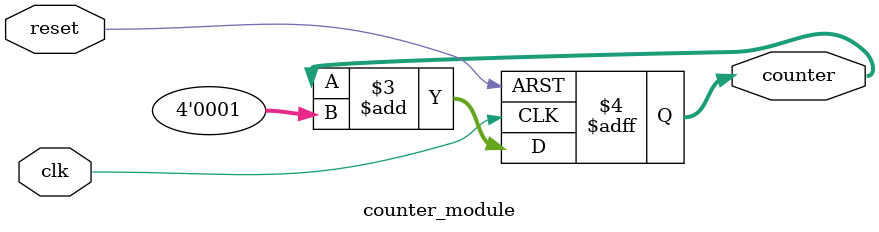
<source format=v>
module counter_module (input clk, input reset, output reg [3:0] counter);
    always @(posedge clk or posedge reset) begin
        if (reset == 1'b1) begin 
            counter = 4'b0000;
        end else begin
            counter = counter + 4'b0001;
        end
    end
endmodule
</source>
